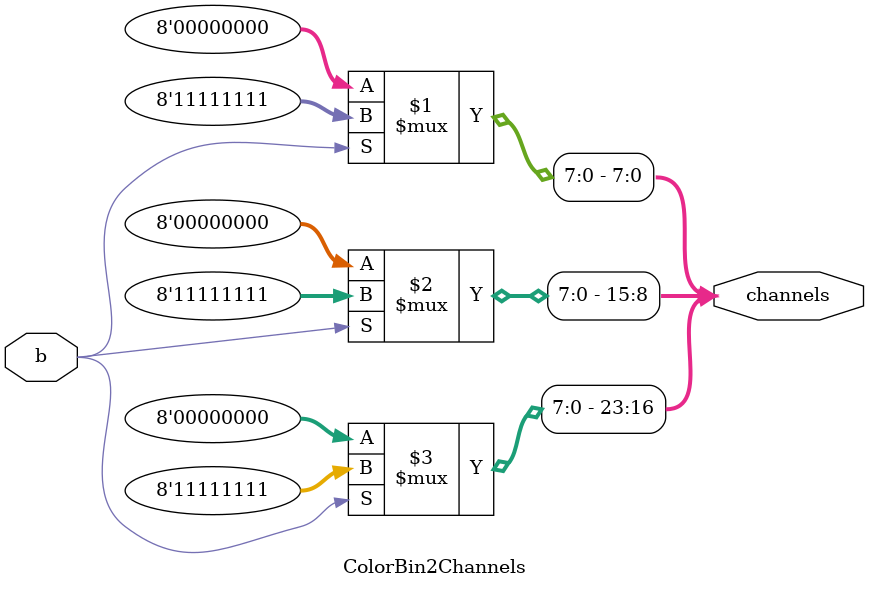
<source format=v>
/*
:Project
FPGA-Imaging-Library

:Design
ColorBin2Channels

:Function
Covert Bin to more channels.

:Module
Main module

:Version
1.0

:Modified
2015-05-12

Copyright (C) 2015  Tianyu Dai (dtysky) <dtysky@outlook.com>

This library is free software; you can redistribute it and/or
modify it under the terms of the GNU Lesser General Public
License as published by the Free Software Foundation; either
version 2.1 of the License, or (at your option) any later version.

This library is distributed in the hope that it will be useful,
but WITHOUT ANY WARRANTY; without even the implied warranty of
MERCHANTABILITY or FITNESS FOR A PARTICULAR PURPOSE.  See the GNU
Lesser General Public License for more details.

You should have received a copy of the GNU Lesser General Public
License along with this library; if not, write to the Free Software
Foundation, Inc., 51 Franklin Street, Fifth Floor, Boston, MA  02110-1301  USA

Homepage for this project:
	http://fil.dtysky.moe

Sources for this project:
	https://github.com/dtysky/FPGA-Imaging-Library

My e-mail:
	dtysky@outlook.com

My blog:
	http://dtysky.moe

*/

`timescale 1ns / 1ps


module ColorBin2Channels(
	b,
	channels
    );

	parameter color_width = 8;
	parameter color_channels = 3;

	input b;
	output[color_channels * color_width - 1 : 0] channels;

	genvar i;
	generate
		`define h (i + 1) * color_width - 1
		`define l i * color_width
		for (i = 0; i < color_channels; i = i + 1) begin: channel
			assign channels[`h : `l] = b ? {color_width{1'b1}} : {color_width{1'b0}};
		end
		`undef h
		`undef l

	endgenerate

endmodule
</source>
